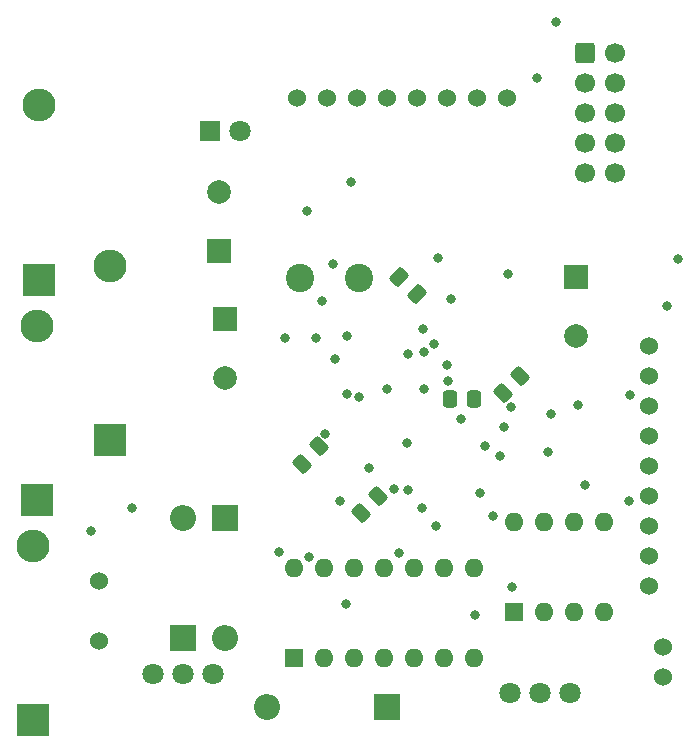
<source format=gbs>
%TF.GenerationSoftware,KiCad,Pcbnew,(6.0.4)*%
%TF.CreationDate,2022-04-19T13:44:17-07:00*%
%TF.ProjectId,stm32f091_project_condensed_v02_afterchange,73746d33-3266-4303-9931-5f70726f6a65,v01*%
%TF.SameCoordinates,Original*%
%TF.FileFunction,Soldermask,Bot*%
%TF.FilePolarity,Negative*%
%FSLAX46Y46*%
G04 Gerber Fmt 4.6, Leading zero omitted, Abs format (unit mm)*
G04 Created by KiCad (PCBNEW (6.0.4)) date 2022-04-19 13:44:17*
%MOMM*%
%LPD*%
G01*
G04 APERTURE LIST*
G04 Aperture macros list*
%AMRoundRect*
0 Rectangle with rounded corners*
0 $1 Rounding radius*
0 $2 $3 $4 $5 $6 $7 $8 $9 X,Y pos of 4 corners*
0 Add a 4 corners polygon primitive as box body*
4,1,4,$2,$3,$4,$5,$6,$7,$8,$9,$2,$3,0*
0 Add four circle primitives for the rounded corners*
1,1,$1+$1,$2,$3*
1,1,$1+$1,$4,$5*
1,1,$1+$1,$6,$7*
1,1,$1+$1,$8,$9*
0 Add four rect primitives between the rounded corners*
20,1,$1+$1,$2,$3,$4,$5,0*
20,1,$1+$1,$4,$5,$6,$7,0*
20,1,$1+$1,$6,$7,$8,$9,0*
20,1,$1+$1,$8,$9,$2,$3,0*%
G04 Aperture macros list end*
%ADD10C,1.524000*%
%ADD11R,2.000000X2.000000*%
%ADD12C,2.000000*%
%ADD13R,2.200000X2.200000*%
%ADD14O,2.200000X2.200000*%
%ADD15R,1.600000X1.600000*%
%ADD16O,1.600000X1.600000*%
%ADD17C,1.800000*%
%ADD18C,2.400000*%
%ADD19R,2.800000X2.800000*%
%ADD20O,2.800000X2.800000*%
%ADD21R,1.800000X1.800000*%
%ADD22RoundRect,0.250000X-0.600000X-0.600000X0.600000X-0.600000X0.600000X0.600000X-0.600000X0.600000X0*%
%ADD23C,1.700000*%
%ADD24RoundRect,0.250000X0.097227X-0.574524X0.574524X-0.097227X-0.097227X0.574524X-0.574524X0.097227X0*%
%ADD25RoundRect,0.250000X0.574524X0.097227X0.097227X0.574524X-0.574524X-0.097227X-0.097227X-0.574524X0*%
%ADD26RoundRect,0.250000X-0.337500X-0.475000X0.337500X-0.475000X0.337500X0.475000X-0.337500X0.475000X0*%
%ADD27C,0.800000*%
G04 APERTURE END LIST*
D10*
%TO.C,J3*%
X109757620Y-91664760D03*
X112297620Y-91664760D03*
X114837620Y-91664760D03*
X117377620Y-91664760D03*
X119917620Y-91664760D03*
X122457620Y-91664760D03*
X124997620Y-91664760D03*
X127537620Y-91664760D03*
%TD*%
D11*
%TO.C,C18*%
X133367620Y-106777083D03*
D12*
X133367620Y-111777083D03*
%TD*%
D13*
%TO.C,D3*%
X117357620Y-143174760D03*
D14*
X107197620Y-143174760D03*
%TD*%
D15*
%TO.C,U2*%
X109477620Y-139064760D03*
D16*
X112017620Y-139064760D03*
X114557620Y-139064760D03*
X117097620Y-139064760D03*
X119637620Y-139064760D03*
X122177620Y-139064760D03*
X124717620Y-139064760D03*
X124717620Y-131444760D03*
X122177620Y-131444760D03*
X119637620Y-131444760D03*
X117097620Y-131444760D03*
X114557620Y-131444760D03*
X112017620Y-131444760D03*
X109477620Y-131444760D03*
%TD*%
D17*
%TO.C,RV1*%
X97553620Y-140386760D03*
X100093620Y-140386760D03*
X102633620Y-140386760D03*
%TD*%
D10*
%TO.C,J4*%
X92981620Y-137592760D03*
X92981620Y-132512760D03*
%TD*%
D18*
%TO.C,100mH1*%
X115039620Y-106858760D03*
X110039620Y-106858760D03*
%TD*%
D19*
%TO.C,D7*%
X87717620Y-125674760D03*
D20*
X87717620Y-110914760D03*
%TD*%
D10*
%TO.C,LS1*%
X140757620Y-138134760D03*
X140757620Y-140674760D03*
%TD*%
D19*
%TO.C,D8*%
X93887620Y-120604760D03*
D20*
X93887620Y-105844760D03*
%TD*%
D13*
%TO.C,D1*%
X100093620Y-137338760D03*
D14*
X100093620Y-127178760D03*
%TD*%
D17*
%TO.C,RV2*%
X127779620Y-141974260D03*
X130319620Y-141974260D03*
X132859620Y-141974260D03*
%TD*%
D21*
%TO.C,LD1*%
X102374620Y-94412760D03*
D17*
X104914620Y-94412760D03*
%TD*%
D11*
%TO.C,C22*%
X103649620Y-110333083D03*
D12*
X103649620Y-115333083D03*
%TD*%
D11*
%TO.C,C21*%
X103141620Y-104572760D03*
D12*
X103141620Y-99572760D03*
%TD*%
D19*
%TO.C,D9*%
X87417620Y-144334760D03*
D20*
X87417620Y-129574760D03*
%TD*%
D13*
%TO.C,D4*%
X103649620Y-127178760D03*
D14*
X103649620Y-137338760D03*
%TD*%
D15*
%TO.C,U4*%
X128160620Y-135179760D03*
D16*
X130700620Y-135179760D03*
X133240620Y-135179760D03*
X135780620Y-135179760D03*
X135780620Y-127559760D03*
X133240620Y-127559760D03*
X130700620Y-127559760D03*
X128160620Y-127559760D03*
%TD*%
D19*
%TO.C,D6*%
X87907620Y-107014760D03*
D20*
X87907620Y-92254760D03*
%TD*%
D10*
%TO.C,J2*%
X139528245Y-112656011D03*
X139528245Y-115196011D03*
X139528245Y-117736011D03*
X139528245Y-120276011D03*
X139528245Y-122816011D03*
X139528245Y-125356011D03*
X139528245Y-127896011D03*
X139528245Y-130436011D03*
X139528245Y-132976011D03*
%TD*%
D22*
%TO.C,J1*%
X134125120Y-87854760D03*
D23*
X136665120Y-87854760D03*
X134125120Y-90394760D03*
X136665120Y-90394760D03*
X134125120Y-92934760D03*
X136665120Y-92934760D03*
X134125120Y-95474760D03*
X136665120Y-95474760D03*
X134125120Y-98014760D03*
X136665120Y-98014760D03*
%TD*%
D24*
%TO.C,C1*%
X110154997Y-122578383D03*
X111622243Y-121111137D03*
%TD*%
D25*
%TO.C,C6*%
X119877243Y-108227383D03*
X118409997Y-106760137D03*
%TD*%
D24*
%TO.C,C3*%
X127172997Y-116609383D03*
X128640243Y-115142137D03*
%TD*%
D26*
%TO.C,C9*%
X122678120Y-117145760D03*
X124753120Y-117145760D03*
%TD*%
D24*
%TO.C,C5*%
X115171497Y-126769383D03*
X116638743Y-125302137D03*
%TD*%
D27*
X95767620Y-126374760D03*
X127927620Y-133024760D03*
X121327620Y-112479412D03*
X126907659Y-121907260D03*
X112968112Y-113704760D03*
X126382620Y-127050513D03*
X111397620Y-111984760D03*
X118000620Y-124765760D03*
X120317620Y-126344760D03*
X123597620Y-118794760D03*
X130065620Y-89967760D03*
X112158620Y-120074316D03*
X108727620Y-111964760D03*
X120410627Y-111180606D03*
X124807620Y-135414760D03*
X110797620Y-130454760D03*
X122807620Y-108664760D03*
X137877120Y-125724760D03*
X125257620Y-125034760D03*
X108221620Y-130035260D03*
X137967620Y-116764760D03*
X141117620Y-109284760D03*
X127277620Y-119472469D03*
X134148673Y-124384760D03*
X125684435Y-121057945D03*
X111907620Y-108834760D03*
X113977620Y-111764760D03*
X114317620Y-98754760D03*
X112767620Y-105694760D03*
X121703772Y-105140705D03*
X127657620Y-106544760D03*
X115857620Y-122984760D03*
X117357620Y-116234760D03*
X121527620Y-127834760D03*
X119177620Y-113334760D03*
X119027620Y-120824760D03*
X131717620Y-85224760D03*
X122447620Y-114244760D03*
X120467620Y-116270260D03*
X142017620Y-105284760D03*
X120502620Y-113159760D03*
X122497620Y-115634760D03*
X127906620Y-117780760D03*
X133552620Y-117609760D03*
X110570120Y-101196179D03*
X119140853Y-124841412D03*
X113352344Y-125781083D03*
X131235998Y-118416382D03*
X114967620Y-116924760D03*
X131007620Y-121624760D03*
X113887620Y-134484760D03*
X114017620Y-116714760D03*
X92287620Y-128274760D03*
X118347620Y-130174760D03*
M02*

</source>
